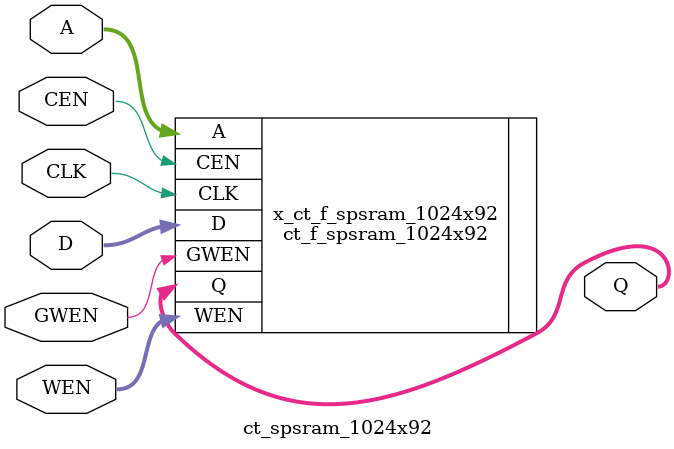
<source format=v>
/*Copyright 2019-2021 T-Head Semiconductor Co., Ltd.

Licensed under the Apache License, Version 2.0 (the "License");
you may not use this file except in compliance with the License.
You may obtain a copy of the License at

    http://www.apache.org/licenses/LICENSE-2.0

Unless required by applicable law or agreed to in writing, software
distributed under the License is distributed on an "AS IS" BASIS,
WITHOUT WARRANTIES OR CONDITIONS OF ANY KIND, either express or implied.
See the License for the specific language governing permissions and
limitations under the License.
*/

// &ModuleBeg; @22
module ct_spsram_1024x92(
  A,
  CEN,
  CLK,
  D,
  GWEN,
  Q,
  WEN
);

// &Ports; @23
input   [9 :0]  A;   
input           CEN; 
input           CLK; 
input   [91:0]  D;   
input           GWEN; 
input   [91:0]  WEN; 
output  [91:0]  Q;   

// &Regs; @24

// &Wires; @25
wire    [9 :0]  A;   
wire            CEN; 
wire            CLK; 
wire    [91:0]  D;   
wire            GWEN; 
wire    [91:0]  Q;   
wire    [91:0]  WEN; 


//**********************************************************
//                  Parameter Definition
//**********************************************************
parameter ADDR_WIDTH = 10;
parameter DATA_WIDTH = 92;
parameter WE_WIDTH   = 92;

// &Force("bus","Q",DATA_WIDTH-1,0); @34
// &Force("bus","WEN",WE_WIDTH-1,0); @35
// &Force("bus","A",ADDR_WIDTH-1,0); @36
// &Force("bus","D",DATA_WIDTH-1,0); @37

//  //********************************************************
//  //*                        FPGA memory                   *
//  //********************************************************
//   &Instance("ct_f_spsram_1024x92"); @43
ct_f_spsram_1024x92  x_ct_f_spsram_1024x92 (
  .A    (A   ),
  .CEN  (CEN ),
  .CLK  (CLK ),
  .D    (D   ),
  .GWEN (GWEN),
  .Q    (Q   ),
  .WEN  (WEN )
);

//   &Instance("ct_tsmc_spsram_1024x92"); @49

// &ModuleEnd; @65
endmodule



</source>
